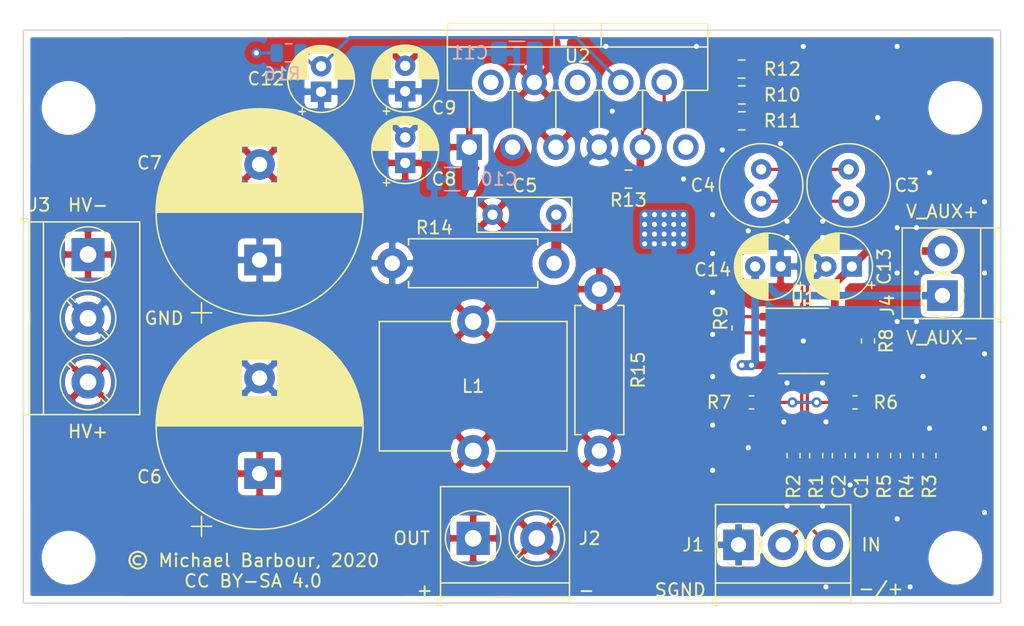
<source format=kicad_pcb>
(kicad_pcb (version 20171130) (host pcbnew 5.1.9)
  (layers (0 F.Cu signal) (31 B.Cu signal) (34 B.Paste user) (35 F.Paste user) (36 B.SilkS user) (37 F.SilkS user) (38 B.Mask user) (39 F.Mask user) (44 Edge.Cuts user))
  (net 0 "")
  (net 1 GND)
  (net 2 "Net-(C1-Pad1)")
  (net 3 "Net-(C2-Pad2)")
  (net 4 "Net-(C3-Pad2)")
  (net 5 "Net-(C3-Pad1)")
  (net 6 "Net-(C5-Pad2)")
  (net 7 "Net-(C5-Pad1)")
  (net 8 V+1)
  (net 9 V-1)
  (net 10 Mute)
  (net 11 "Net-(J1-Pad2)")
  (net 12 "Net-(J2-Pad2)")
  (net 13 "Net-(J2-Pad1)")
  (net 14 "Net-(R6-Pad2)")
  (net 15 "Net-(R6-Pad1)")
  (net 16 "Net-(R10-Pad1)")
  (net 17 "Net-(U2-Pad2)")
  (net 18 "Net-(U2-Pad6)")
  (net 19 "Net-(U2-Pad11)")
  (net 20 "Net-(R3-Pad1)")
  (net 21 "Net-(C4-Pad1)")
  (net 22 "Net-(C4-Pad2)")
  (net 23 "Net-(C13-Pad1)")
  (net 24 "Net-(C14-Pad2)")
  (net 25 "Net-(J1-Pad3)")
  (net 26 "Net-(R7-Pad2)")
  (net 27 "Net-(R11-Pad1)")
  (module local_parts:lm3886_output_inductor_1µH (layer F.Cu) (at 139.954 88.646 270)
    (fp_text reference L1 (at 0 0 180) (layer F.SilkS))
    (fp_text value 1µ)
    (pad 2 thru_hole circle (at 5.08 0 270) (size 2.5 2.5) (drill 1.3) (layers *.Cu *.Mask) (net 13 "Net-(J2-Pad1)"))
    (pad 1 thru_hole circle (at -5.08 0 270) (size 2.5 2.5) (drill 1.3) (layers *.Cu *.Mask) (net 7 "Net-(C5-Pad1)"))
  )
  (module Resistor_SMD:R_0603_1608Metric (layer F.Cu) (at 160.782 84.074 270)
    (fp_text reference R9 (at -0.762 1.397 90) (layer F.SilkS))
    (fp_text value 1k)
    (pad 2 smd roundrect (at 0.7875 0 270) (size 0.875 0.95) (layers F.Cu F.Paste F.Mask) (net 26 "Net-(R7-Pad2)"))
    (pad 1 smd roundrect (at -0.7875 0 270) (size 0.875 0.95) (layers F.Cu F.Paste F.Mask) (net 22 "Net-(C4-Pad2)"))
  )
  (module Resistor_SMD:R_0603_1608Metric (layer F.Cu) (at 170.942 85.09 270)
    (fp_text reference R8 (at 0 -1.43 90) (layer F.SilkS))
    (fp_text value 1k)
    (pad 2 smd roundrect (at 0.7875 0 270) (size 0.875 0.95) (layers F.Cu F.Paste F.Mask) (net 15 "Net-(R6-Pad1)"))
    (pad 1 smd roundrect (at -0.7875 0 270) (size 0.875 0.95) (layers F.Cu F.Paste F.Mask) (net 4 "Net-(C3-Pad2)"))
  )
  (module Resistor_SMD:R_0603_1608Metric (layer F.Cu) (at 161.807 89.916 180)
    (fp_text reference R7 (at 2.549 0) (layer F.SilkS))
    (fp_text value 1k)
    (pad 1 smd roundrect (at -0.7875 0 180) (size 0.875 0.95) (layers F.Cu F.Paste F.Mask) (net 14 "Net-(R6-Pad2)"))
    (pad 2 smd roundrect (at 0.7875 0 180) (size 0.875 0.95) (layers F.Cu F.Paste F.Mask) (net 26 "Net-(R7-Pad2)"))
  )
  (module Resistor_SMD:R_0603_1608Metric (layer F.Cu) (at 169.926 89.916 180)
    (fp_text reference R6 (at -2.413 0) (layer F.SilkS))
    (fp_text value 1k)
    (pad 2 smd roundrect (at 0.7875 0 180) (size 0.875 0.95) (layers F.Cu F.Paste F.Mask) (net 14 "Net-(R6-Pad2)"))
    (pad 1 smd roundrect (at -0.7875 0 180) (size 0.875 0.95) (layers F.Cu F.Paste F.Mask) (net 15 "Net-(R6-Pad1)"))
  )
  (module Resistor_SMD:R_0805_2012Metric (layer B.Cu) (at 125.476 62.484)
    (fp_text reference R16 (at -0.508 1.65) (layer B.SilkS) (effects (justify mirror)))
    (fp_text value 27k)
    (pad 2 smd roundrect (at 0.9375 0) (size 0.975 1.4) (layers B.Cu B.Paste B.Mask) (net 10 Mute))
    (pad 1 smd roundrect (at -0.9375 0) (size 0.975 1.4) (layers B.Cu B.Paste B.Mask) (net 9 V-1))
  )
  (module Resistor_SMD:R_0805_2012Metric (layer F.Cu) (at 152.137 72.39)
    (fp_text reference R13 (at 0 1.651) (layer F.SilkS))
    (fp_text value "10k 0.1%")
    (pad 2 smd roundrect (at 0.9375 0) (size 0.975 1.4) (layers F.Cu F.Paste F.Mask) (net 27 "Net-(R11-Pad1)"))
    (pad 1 smd roundrect (at -0.9375 0) (size 0.975 1.4) (layers F.Cu F.Paste F.Mask) (net 7 "Net-(C5-Pad1)"))
  )
  (module Resistor_SMD:R_0805_2012Metric (layer F.Cu) (at 161.027 63.754 180)
    (fp_text reference R12 (at -3.184 0) (layer F.SilkS))
    (fp_text value "10k 0.1%")
    (pad 2 smd roundrect (at 0.9375 0 180) (size 0.975 1.4) (layers F.Cu F.Paste F.Mask) (net 16 "Net-(R10-Pad1)"))
    (pad 1 smd roundrect (at -0.9375 0 180) (size 0.975 1.4) (layers F.Cu F.Paste F.Mask) (net 12 "Net-(J2-Pad2)"))
  )
  (module Resistor_SMD:R_0805_2012Metric (layer F.Cu) (at 161.045 67.818)
    (fp_text reference R11 (at 3.166 0) (layer F.SilkS))
    (fp_text value "1k 0.1%")
    (pad 2 smd roundrect (at 0.9375 0) (size 0.975 1.4) (layers F.Cu F.Paste F.Mask) (net 21 "Net-(C4-Pad1)"))
    (pad 1 smd roundrect (at -0.9375 0) (size 0.975 1.4) (layers F.Cu F.Paste F.Mask) (net 27 "Net-(R11-Pad1)"))
  )
  (module Resistor_SMD:R_0805_2012Metric (layer F.Cu) (at 161.045 65.786)
    (fp_text reference R10 (at 3.166 0) (layer F.SilkS))
    (fp_text value "1k 0.1%")
    (pad 2 smd roundrect (at 0.9375 0) (size 0.975 1.4) (layers F.Cu F.Paste F.Mask) (net 5 "Net-(C3-Pad1)"))
    (pad 1 smd roundrect (at -0.9375 0) (size 0.975 1.4) (layers F.Cu F.Paste F.Mask) (net 16 "Net-(R10-Pad1)"))
  )
  (module Resistor_SMD:R_0603_1608Metric (layer F.Cu) (at 172.212 94.093 90)
    (fp_text reference R5 (at -2.427 0 90) (layer F.SilkS))
    (fp_text value 20k)
    (pad 2 smd roundrect (at 0.7875 0 90) (size 0.875 0.95) (layers F.Cu F.Paste F.Mask) (net 3 "Net-(C2-Pad2)"))
    (pad 1 smd roundrect (at -0.7875 0 90) (size 0.875 0.95) (layers F.Cu F.Paste F.Mask) (net 20 "Net-(R3-Pad1)"))
  )
  (module Resistor_SMD:R_0603_1608Metric (layer F.Cu) (at 173.99 94.093 270)
    (fp_text reference R4 (at 2.427 0 90) (layer F.SilkS))
    (fp_text value 20k)
    (pad 2 smd roundrect (at 0.7875 0 270) (size 0.875 0.95) (layers F.Cu F.Paste F.Mask) (net 20 "Net-(R3-Pad1)"))
    (pad 1 smd roundrect (at -0.7875 0 270) (size 0.875 0.95) (layers F.Cu F.Paste F.Mask) (net 2 "Net-(C1-Pad1)"))
  )
  (module Resistor_SMD:R_0603_1608Metric (layer F.Cu) (at 175.768 94.093 90)
    (fp_text reference R3 (at -2.427 0 90) (layer F.SilkS))
    (fp_text value 2.2M)
    (pad 2 smd roundrect (at 0.7875 0 90) (size 0.875 0.95) (layers F.Cu F.Paste F.Mask) (net 1 GND))
    (pad 1 smd roundrect (at -0.7875 0 90) (size 0.875 0.95) (layers F.Cu F.Paste F.Mask) (net 20 "Net-(R3-Pad1)"))
  )
  (module Resistor_SMD:R_0603_1608Metric (layer F.Cu) (at 165.1 94.093 270)
    (fp_text reference R2 (at 2.427 0 90) (layer F.SilkS))
    (fp_text value 100R)
    (pad 2 smd roundrect (at 0.7875 0 270) (size 0.875 0.95) (layers F.Cu F.Paste F.Mask) (net 11 "Net-(J1-Pad2)"))
    (pad 1 smd roundrect (at -0.7875 0 270) (size 0.875 0.95) (layers F.Cu F.Paste F.Mask) (net 3 "Net-(C2-Pad2)"))
  )
  (module Resistor_SMD:R_0603_1608Metric (layer F.Cu) (at 166.878 94.093 270)
    (fp_text reference R1 (at 2.427 0 90) (layer F.SilkS))
    (fp_text value 100R)
    (pad 2 smd roundrect (at 0.7875 0 270) (size 0.875 0.95) (layers F.Cu F.Paste F.Mask) (net 25 "Net-(J1-Pad3)"))
    (pad 1 smd roundrect (at -0.7875 0 270) (size 0.875 0.95) (layers F.Cu F.Paste F.Mask) (net 2 "Net-(C1-Pad1)"))
  )
  (module Capacitor_SMD:C_1206_3216Metric (layer B.Cu) (at 143.383 62.484)
    (fp_text reference C11 (at -3.683 0) (layer B.SilkS) (effects (justify mirror)))
    (fp_text value 1µ)
    (pad 2 smd roundrect (at 1.4 0) (size 1.25 1.75) (layers B.Cu B.Paste B.Mask) (roundrect_rratio 0.2) (net 9 V-1))
    (pad 1 smd roundrect (at -1.4 0) (size 1.25 1.75) (layers B.Cu B.Paste B.Mask) (roundrect_rratio 0.2) (net 1 GND))
  )
  (module Capacitor_SMD:C_1206_3216Metric (layer B.Cu) (at 138.303 72.39 180)
    (fp_text reference C10 (at -3.683 0) (layer B.SilkS) (effects (justify mirror)))
    (fp_text value 1µ)
    (pad 2 smd roundrect (at 1.4 0 180) (size 1.25 1.75) (layers B.Cu B.Paste B.Mask) (roundrect_rratio 0.2) (net 1 GND))
    (pad 1 smd roundrect (at -1.4 0 180) (size 1.25 1.75) (layers B.Cu B.Paste B.Mask) (roundrect_rratio 0.2) (net 8 V+1))
  )
  (module Capacitor_SMD:C_0603_1608Metric (layer F.Cu) (at 168.656 94.093 90)
    (fp_text reference C2 (at -2.427 0 90) (layer F.SilkS))
    (fp_text value 100p)
    (pad 2 smd roundrect (at 0.7875 0 90) (size 0.875 0.95) (layers F.Cu F.Paste F.Mask) (net 3 "Net-(C2-Pad2)"))
    (pad 1 smd roundrect (at -0.7875 0 90) (size 0.875 0.95) (layers F.Cu F.Paste F.Mask) (net 1 GND))
  )
  (module Capacitor_SMD:C_0603_1608Metric (layer F.Cu) (at 170.434 94.093 270)
    (fp_text reference C1 (at 2.427 0 90) (layer F.SilkS))
    (fp_text value 100p)
    (pad 2 smd roundrect (at 0.7875 0 270) (size 0.875 0.95) (layers F.Cu F.Paste F.Mask) (net 1 GND))
    (pad 1 smd roundrect (at -0.7875 0 270) (size 0.875 0.95) (layers F.Cu F.Paste F.Mask) (net 2 "Net-(C1-Pad1)"))
  )
  (module MountingHole:MountingHole_3.2mm_M3 (layer F.Cu) (at 108.204 66.802)
    (fp_text reference REF** hide)
    (fp_text value MountingHole_3.2mm_M3 hide)
    (pad 1 np_thru_hole circle (at 0 0) (size 3.2 3.2) (drill 3.2) (layers *.Cu *.Mask))
  )
  (module MountingHole:MountingHole_3.2mm_M3 (layer F.Cu) (at 108.204 102.108)
    (fp_text reference REF** hide)
    (fp_text value MountingHole_3.2mm_M3 hide)
    (pad 1 np_thru_hole circle (at 0 0) (size 3.2 3.2) (drill 3.2) (layers *.Cu *.Mask))
  )
  (module MountingHole:MountingHole_3.2mm_M3 (layer F.Cu) (at 177.8 102.108)
    (fp_text reference REF** hide)
    (fp_text value MountingHole_3.2mm_M3 hide)
    (pad 1 np_thru_hole circle (at 0 0) (size 3.2 3.2) (drill 3.2) (layers *.Cu *.Mask))
  )
  (module MountingHole:MountingHole_3.2mm_M3 (layer F.Cu) (at 177.8 66.802)
    (fp_text reference REF** hide)
    (fp_text value MountingHole_3.2mm_M3 hide)
    (pad 1 np_thru_hole circle (at 0 0) (size 3.2 3.2) (drill 3.2) (layers *.Cu *.Mask))
  )
  (module TerminalBlock_Phoenix:TerminalBlock_Phoenix_PT-1,5-2-3.5-H_1x02_P3.50mm_Horizontal (layer F.Cu) (at 176.784 81.534 90)
    (fp_text reference J4 (at -0.762 -4.318 270) (layer F.SilkS))
    (fp_text value ±15V)
    (pad 2 thru_hole circle (at 3.5 0 90) (size 2.4 2.4) (drill 1.2) (layers *.Cu *.Mask) (net 23 "Net-(C13-Pad1)"))
    (pad 1 thru_hole rect (at 0 0 90) (size 2.4 2.4) (drill 1.2) (layers *.Cu *.Mask) (net 24 "Net-(C14-Pad2)"))
  )
  (module TerminalBlock_Phoenix:TerminalBlock_Phoenix_PT-1,5-3-5.0-H_1x03_P5.00mm_Horizontal (layer F.Cu) (at 109.728 78.312 270)
    (fp_text reference J3 (at -3.89 3.81 180) (layer F.SilkS))
    (fp_text value ±35V)
    (pad 3 thru_hole circle (at 10 0 270) (size 2.6 2.6) (drill 1.3) (layers *.Cu *.Mask) (net 8 V+1))
    (pad 2 thru_hole circle (at 5 0 270) (size 2.6 2.6) (drill 1.3) (layers *.Cu *.Mask) (net 1 GND))
    (pad 1 thru_hole rect (at 0 0 270) (size 2.6 2.6) (drill 1.3) (layers *.Cu *.Mask) (net 9 V-1))
  )
  (module TerminalBlock_Phoenix:TerminalBlock_Phoenix_PT-1,5-2-5.0-H_1x02_P5.00mm_Horizontal (layer F.Cu) (at 139.954 100.584)
    (fp_text reference J2 (at 9.144 0) (layer F.SilkS))
    (fp_text value Output)
    (pad 2 thru_hole circle (at 5 0) (size 2.6 2.6) (drill 1.3) (layers *.Cu *.Mask) (net 12 "Net-(J2-Pad2)"))
    (pad 1 thru_hole rect (at 0 0) (size 2.6 2.6) (drill 1.3) (layers *.Cu *.Mask) (net 13 "Net-(J2-Pad1)"))
  )
  (module TerminalBlock_Phoenix:TerminalBlock_Phoenix_PT-1,5-3-3.5-H_1x03_P3.50mm_Horizontal (layer F.Cu) (at 160.782 101.092)
    (fp_text reference J1 (at -3.556 0) (layer F.SilkS))
    (fp_text value Input)
    (pad 3 thru_hole circle (at 7 0) (size 2.4 2.4) (drill 1.2) (layers *.Cu *.Mask) (net 25 "Net-(J1-Pad3)"))
    (pad 2 thru_hole circle (at 3.5 0) (size 2.4 2.4) (drill 1.2) (layers *.Cu *.Mask) (net 11 "Net-(J1-Pad2)"))
    (pad 1 thru_hole rect (at 0 0) (size 2.4 2.4) (drill 1.2) (layers *.Cu *.Mask) (net 1 GND))
  )
  (module Resistor_THT:R_Axial_DIN0411_L9.9mm_D3.6mm_P12.70mm_Horizontal (layer F.Cu) (at 146.304 78.994 180)
    (fp_text reference R14 (at 9.398 2.794) (layer F.SilkS))
    (fp_text value 2.7R)
    (pad 2 thru_hole oval (at 12.7 0 180) (size 2.4 2.4) (drill 1.2) (layers *.Cu *.Mask) (net 1 GND))
    (pad 1 thru_hole circle (at 0 0 180) (size 2.4 2.4) (drill 1.2) (layers *.Cu *.Mask) (net 6 "Net-(C5-Pad2)"))
  )
  (module Resistor_THT:R_Axial_DIN0411_L9.9mm_D3.6mm_P12.70mm_Horizontal (layer F.Cu) (at 149.86 93.726 90)
    (fp_text reference R15 (at 6.35 3.048 90) (layer F.SilkS))
    (fp_text value 10R)
    (pad 1 thru_hole circle (at 0 0 90) (size 2.4 2.4) (drill 1.2) (layers *.Cu *.Mask) (net 13 "Net-(J2-Pad1)"))
    (pad 2 thru_hole oval (at 12.7 0 90) (size 2.4 2.4) (drill 1.2) (layers *.Cu *.Mask) (net 7 "Net-(C5-Pad1)"))
  )
  (module Package_SO:SOIC-8_3.9x4.9mm_P1.27mm (layer F.Cu) (at 165.862 85.09)
    (fp_text reference U1 (at 0 -3.4) (layer F.SilkS))
    (fp_text value NE5532)
    (pad 8 smd roundrect (at 2.475 -1.905) (size 1.95 0.6) (layers F.Cu F.Paste F.Mask) (net 23 "Net-(C13-Pad1)"))
    (pad 7 smd roundrect (at 2.475 -0.635) (size 1.95 0.6) (layers F.Cu F.Paste F.Mask) (net 4 "Net-(C3-Pad2)"))
    (pad 6 smd roundrect (at 2.475 0.635) (size 1.95 0.6) (layers F.Cu F.Paste F.Mask) (net 15 "Net-(R6-Pad1)"))
    (pad 5 smd roundrect (at 2.475 1.905) (size 1.95 0.6) (layers F.Cu F.Paste F.Mask) (net 2 "Net-(C1-Pad1)"))
    (pad 4 smd roundrect (at -2.475 1.905) (size 1.95 0.6) (layers F.Cu F.Paste F.Mask) (net 24 "Net-(C14-Pad2)"))
    (pad 3 smd roundrect (at -2.475 0.635) (size 1.95 0.6) (layers F.Cu F.Paste F.Mask) (net 3 "Net-(C2-Pad2)"))
    (pad 2 smd roundrect (at -2.475 -0.635) (size 1.95 0.6) (layers F.Cu F.Paste F.Mask) (net 26 "Net-(R7-Pad2)"))
    (pad 1 smd roundrect (at -2.475 -1.905) (size 1.95 0.6) (layers F.Cu F.Paste F.Mask) (net 22 "Net-(C4-Pad2)"))
  )
  (module Capacitor_THT:C_Radial_D6.3mm_H11.0mm_P2.50mm (layer F.Cu) (at 162.56 71.628 270)
    (fp_text reference C4 (at 1.25 4.572 180) (layer F.SilkS))
    (fp_text value 33µ)
    (pad 2 thru_hole circle (at 2.5 0 270) (size 1.6 1.6) (drill 0.8) (layers *.Cu *.Mask) (net 22 "Net-(C4-Pad2)"))
    (pad 1 thru_hole circle (at 0 0 270) (size 1.6 1.6) (drill 0.8) (layers *.Cu *.Mask) (net 21 "Net-(C4-Pad1)"))
  )
  (module Capacitor_THT:C_Radial_D6.3mm_H11.0mm_P2.50mm (layer F.Cu) (at 169.418 71.628 270)
    (fp_text reference C3 (at 1.25 -4.572 180) (layer F.SilkS))
    (fp_text value 33µ)
    (pad 2 thru_hole circle (at 2.5 0 270) (size 1.6 1.6) (drill 0.8) (layers *.Cu *.Mask) (net 4 "Net-(C3-Pad2)"))
    (pad 1 thru_hole circle (at 0 0 270) (size 1.6 1.6) (drill 0.8) (layers *.Cu *.Mask) (net 5 "Net-(C3-Pad1)"))
  )
  (module local_parts:TO-220-11_P3.4x5.08mm_StaggerOdd_Lead4.85mm_Vertical_LM3886 (layer F.Cu) (at 139.648 69.882)
    (fp_text reference U2 (at 8.5 -7.144) (layer F.SilkS))
    (fp_text value LM3886)
    (pad 1 thru_hole rect (at 0 0) (size 2 2) (drill 1.2) (layers *.Cu *.Mask) (net 8 V+1))
    (pad 2 thru_hole circle (at 1.7 -5.08) (size 2 2) (drill 1.2) (layers *.Cu *.Mask) (net 17 "Net-(U2-Pad2)"))
    (pad 3 thru_hole circle (at 3.4 0) (size 2 2) (drill 1.2) (layers *.Cu *.Mask) (net 7 "Net-(C5-Pad1)"))
    (pad 4 thru_hole circle (at 5.1 -5.08) (size 2 2) (drill 1.2) (layers *.Cu *.Mask) (net 9 V-1))
    (pad 5 thru_hole circle (at 6.8 0) (size 2 2) (drill 1.2) (layers *.Cu *.Mask) (net 8 V+1))
    (pad 6 thru_hole circle (at 8.5 -5.08) (size 2 2) (drill 1.2) (layers *.Cu *.Mask) (net 18 "Net-(U2-Pad6)"))
    (pad 7 thru_hole circle (at 10.2 0) (size 2 2) (drill 1.2) (layers *.Cu *.Mask) (net 1 GND))
    (pad 8 thru_hole circle (at 11.9 -5.08) (size 2 2) (drill 1.2) (layers *.Cu *.Mask) (net 10 Mute))
    (pad 9 thru_hole circle (at 13.6 0) (size 2 2) (drill 1.2) (layers *.Cu *.Mask) (net 27 "Net-(R11-Pad1)"))
    (pad 10 thru_hole circle (at 15.3 -5.08) (size 2 2) (drill 1.2) (layers *.Cu *.Mask) (net 16 "Net-(R10-Pad1)"))
    (pad 11 thru_hole circle (at 17 0) (size 2 2) (drill 1.2) (layers *.Cu *.Mask) (net 19 "Net-(U2-Pad11)"))
  )
  (module Capacitor_THT:CP_Radial_D5.0mm_P2.00mm (layer F.Cu) (at 128.016 65.532 90)
    (fp_text reference C12 (at 1.016 -4.318 180) (layer F.SilkS))
    (fp_text value 100µ)
    (pad 1 thru_hole rect (at 0 0 90) (size 1.6 1.6) (drill 0.8) (layers *.Cu *.Mask) (net 1 GND))
    (pad 2 thru_hole circle (at 2 0 90) (size 1.6 1.6) (drill 0.8) (layers *.Cu *.Mask) (net 10 Mute))
  )
  (module NetTie:NetTie-2_SMD_Pad2.0mm (layer B.Cu) (at 154.94 78.708 270)
    (fp_text reference NT1 hide)
    (fp_text value Net-Tie_2)
    (fp_poly (pts (xy -2 1) (xy 2 1) (xy 2 -1) (xy -2 -1)) (layer B.Cu) (width 0))
    (pad 2 smd circle (at 2 0 270) (size 2 2) (layers B.Cu) (net 1 GND))
    (pad 1 smd circle (at -2 0 270) (size 2 2) (layers B.Cu) (net 12 "Net-(J2-Pad2)"))
  )
  (module Capacitor_THT:CP_Radial_D5.0mm_P2.00mm (layer F.Cu) (at 164.084 79.248 180)
    (fp_text reference C14 (at 5.334 -0.254 180) (layer F.SilkS))
    (fp_text value 22µ)
    (pad 1 thru_hole rect (at 0 0 180) (size 1.6 1.6) (drill 0.8) (layers *.Cu *.Mask) (net 1 GND))
    (pad 2 thru_hole circle (at 2 0 180) (size 1.6 1.6) (drill 0.8) (layers *.Cu *.Mask) (net 24 "Net-(C14-Pad2)"))
  )
  (module Capacitor_THT:CP_Radial_D5.0mm_P2.00mm (layer F.Cu) (at 169.672 79.248 180)
    (fp_text reference C13 (at -2.54 0 90) (layer F.SilkS))
    (fp_text value 22µ)
    (pad 1 thru_hole rect (at 0 0 180) (size 1.6 1.6) (drill 0.8) (layers *.Cu *.Mask) (net 23 "Net-(C13-Pad1)"))
    (pad 2 thru_hole circle (at 2 0 180) (size 1.6 1.6) (drill 0.8) (layers *.Cu *.Mask) (net 1 GND))
  )
  (module Capacitor_THT:CP_Radial_D5.0mm_P2.00mm (layer F.Cu) (at 134.62 65.5 90)
    (fp_text reference C9 (at -1.302 3.048) (layer F.SilkS))
    (fp_text value 22µ)
    (pad 2 thru_hole circle (at 2 0 90) (size 1.6 1.6) (drill 0.8) (layers *.Cu *.Mask) (net 9 V-1))
    (pad 1 thru_hole rect (at 0 0 90) (size 1.6 1.6) (drill 0.8) (layers *.Cu *.Mask) (net 1 GND))
  )
  (module Capacitor_THT:CP_Radial_D5.0mm_P2.00mm (layer F.Cu) (at 134.62 71.12 90)
    (fp_text reference C8 (at -1.27 3.048 180) (layer F.SilkS))
    (fp_text value 22µ)
    (pad 2 thru_hole circle (at 2 0 90) (size 1.6 1.6) (drill 0.8) (layers *.Cu *.Mask) (net 1 GND))
    (pad 1 thru_hole rect (at 0 0 90) (size 1.6 1.6) (drill 0.8) (layers *.Cu *.Mask) (net 8 V+1))
  )
  (module Capacitor_THT:CP_Radial_D16.0mm_P7.50mm (layer F.Cu) (at 123.19 78.74 90)
    (fp_text reference C7 (at 7.62 -8.636 180) (layer F.SilkS))
    (fp_text value 1000µ)
    (pad 2 thru_hole circle (at 7.5 0 90) (size 2.4 2.4) (drill 1.2) (layers *.Cu *.Mask) (net 9 V-1))
    (pad 1 thru_hole rect (at 0 0 90) (size 2.4 2.4) (drill 1.2) (layers *.Cu *.Mask) (net 1 GND))
  )
  (module Capacitor_THT:CP_Radial_D16.0mm_P7.50mm (layer F.Cu) (at 123.19 95.504 90)
    (fp_text reference C6 (at -0.254 -8.636 180) (layer F.SilkS))
    (fp_text value 1000µ)
    (pad 2 thru_hole circle (at 7.5 0 90) (size 2.4 2.4) (drill 1.2) (layers *.Cu *.Mask) (net 1 GND))
    (pad 1 thru_hole rect (at 0 0 90) (size 2.4 2.4) (drill 1.2) (layers *.Cu *.Mask) (net 8 V+1))
  )
  (module Capacitor_THT:C_Rect_L7.2mm_W2.5mm_P5.00mm_FKS2_FKP2_MKS2_MKP2 (layer F.Cu) (at 141.478 75.184)
    (fp_text reference C5 (at 2.54 -2.286) (layer F.SilkS))
    (fp_text value 0.1µ)
    (pad 2 thru_hole circle (at 5 0) (size 1.6 1.6) (drill 0.8) (layers *.Cu *.Mask) (net 6 "Net-(C5-Pad2)"))
    (pad 1 thru_hole circle (at 0 0) (size 1.6 1.6) (drill 0.8) (layers *.Cu *.Mask) (net 7 "Net-(C5-Pad1)"))
  )
  (gr_text "© Michael Barbour, 2020\nCC BY-SA 4.0" (at 122.682 103.124) (layer F.SilkS) (effects (font (size 1 1))))
  (gr_text IN (at 171.196 101.092) (layer F.SilkS) (effects (font (size 1 1))))
  (gr_text -/+ (at 171.958 104.521) (layer F.SilkS) (effects (font (size 1 1))))
  (gr_text SGND (at 156.21 104.648) (layer F.SilkS) (effects (font (size 1 1))))
  (gr_text - (at 148.844 104.648) (layer F.SilkS) (effects (font (size 1 1))))
  (gr_text + (at 136.144 104.648) (layer F.SilkS) (effects (font (size 1 1))))
  (gr_text GND (at 115.697 83.312) (layer F.SilkS) (effects (font (size 1 1))))
  (gr_text HV- (at 109.728 74.422) (layer F.SilkS) (effects (font (size 1 1))))
  (gr_text HV+ (at 109.728 92.202) (layer F.SilkS) (effects (font (size 1 1))))
  (gr_text OUT (at 135.128 100.584) (layer F.SilkS) (effects (font (size 1 1))))
  (gr_text V_AUX- (at 176.784 84.836) (layer F.SilkS) (effects (font (size 1 1))))
  (gr_text V_AUX+ (at 176.784 74.93) (layer F.SilkS) (effects (font (size 1 1))))
  (gr_line (start 104.648 105.664) (end 104.648 60.706) (layer Edge.Cuts) (width 0.1))
  (gr_line (start 181.356 105.664) (end 104.648 105.664) (layer Edge.Cuts) (width 0.1))
  (gr_line (start 181.356 60.706) (end 181.356 105.664) (layer Edge.Cuts) (width 0.1))
  (gr_line (start 104.648 60.706) (end 181.356 60.706) (layer Edge.Cuts) (width 0.1))
  (segment (start 152.485999 79.248) (end 157.648001 79.248) (width 2) (layer B.Cu) (net 1))
  (segment (start 154.94 80.708) (end 153.226 80.708) (width 2) (layer B.Cu) (net 1))
  (segment (start 154.94 80.708) (end 156.908 80.708) (width 2) (layer B.Cu) (net 1))
  (segment (start 154.94 80.708) (end 154.94 82.55) (width 2) (layer B.Cu) (net 1))
  (via (at 169.545 96.393) (size 0.8) (drill 0.4) (layers F.Cu B.Cu) (net 1))
  (segment (start 168.656 95.504) (end 169.545 96.393) (width 0.25) (layer F.Cu) (net 1))
  (segment (start 168.656 94.8805) (end 168.656 95.504) (width 0.25) (layer F.Cu) (net 1))
  (segment (start 170.434 95.504) (end 169.545 96.393) (width 0.25) (layer F.Cu) (net 1))
  (segment (start 170.434 94.8805) (end 170.434 95.504) (width 0.25) (layer F.Cu) (net 1))
  (via (at 175.768 91.948) (size 0.8) (drill 0.4) (layers F.Cu B.Cu) (net 1))
  (segment (start 175.768 93.3055) (end 175.768 91.948) (width 0.25) (layer F.Cu) (net 1))
  (via (at 164.592 98.044) (size 0.8) (drill 0.4) (layers F.Cu B.Cu) (net 1))
  (via (at 167.386 98.044) (size 0.8) (drill 0.4) (layers F.Cu B.Cu) (net 1))
  (via (at 167.386 88.392) (size 0.8) (drill 0.4) (layers F.Cu B.Cu) (net 1))
  (via (at 164.592 88.392) (size 0.8) (drill 0.4) (layers F.Cu B.Cu) (net 1))
  (via (at 167.64 91.44) (size 0.8) (drill 0.4) (layers F.Cu B.Cu) (net 1))
  (via (at 164.338 91.44) (size 0.8) (drill 0.4) (layers F.Cu B.Cu) (net 1))
  (via (at 164.592 75.692) (size 0.8) (drill 0.4) (layers F.Cu B.Cu) (net 1))
  (via (at 164.592 76.962) (size 0.8) (drill 0.4) (layers F.Cu B.Cu) (net 1))
  (via (at 167.386 75.692) (size 0.8) (drill 0.4) (layers F.Cu B.Cu) (net 1))
  (via (at 167.386 76.962) (size 0.8) (drill 0.4) (layers F.Cu B.Cu) (net 1))
  (via (at 156.464 72.39) (size 0.8) (drill 0.4) (layers F.Cu B.Cu) (net 1))
  (via (at 159.512 70.104) (size 0.8) (drill 0.4) (layers F.Cu B.Cu) (net 1))
  (via (at 164.084 69.596) (size 0.8) (drill 0.4) (layers F.Cu B.Cu) (net 1))
  (via (at 158.75 75.184) (size 0.8) (drill 0.4) (layers F.Cu B.Cu) (net 1))
  (via (at 158.75 78.232) (size 0.8) (drill 0.4) (layers F.Cu B.Cu) (net 1))
  (via (at 158.75 81.28) (size 0.8) (drill 0.4) (layers F.Cu B.Cu) (net 1))
  (via (at 158.75 84.582) (size 0.8) (drill 0.4) (layers F.Cu B.Cu) (net 1))
  (via (at 158.75 87.884) (size 0.8) (drill 0.4) (layers F.Cu B.Cu) (net 1))
  (via (at 158.75 91.694) (size 0.8) (drill 0.4) (layers F.Cu B.Cu) (net 1))
  (via (at 158.75 95.25) (size 0.8) (drill 0.4) (layers F.Cu B.Cu) (net 1))
  (via (at 161.544 93.472) (size 0.8) (drill 0.4) (layers F.Cu B.Cu) (net 1))
  (via (at 161.544 76.454) (size 0.8) (drill 0.4) (layers F.Cu B.Cu) (net 1))
  (via (at 165.862 85.09) (size 0.8) (drill 0.4) (layers F.Cu B.Cu) (net 1))
  (via (at 150.368 61.976) (size 0.8) (drill 0.4) (layers F.Cu B.Cu) (net 1))
  (via (at 157.48 61.976) (size 0.8) (drill 0.4) (layers F.Cu B.Cu) (net 1))
  (via (at 165.862 61.976) (size 0.8) (drill 0.4) (layers F.Cu B.Cu) (net 1))
  (via (at 173.228 61.976) (size 0.8) (drill 0.4) (layers F.Cu B.Cu) (net 1))
  (via (at 180.086 74.168) (size 0.8) (drill 0.4) (layers F.Cu B.Cu) (net 1))
  (via (at 180.086 79.756) (size 0.8) (drill 0.4) (layers F.Cu B.Cu) (net 1))
  (via (at 180.086 86.106) (size 0.8) (drill 0.4) (layers F.Cu B.Cu) (net 1))
  (via (at 180.086 91.948) (size 0.8) (drill 0.4) (layers F.Cu B.Cu) (net 1))
  (via (at 180.086 98.552) (size 0.8) (drill 0.4) (layers F.Cu B.Cu) (net 1))
  (via (at 174.244 104.394) (size 0.8) (drill 0.4) (layers F.Cu B.Cu) (net 1))
  (via (at 167.64 104.394) (size 0.8) (drill 0.4) (layers F.Cu B.Cu) (net 1))
  (via (at 173.228 99.06) (size 0.8) (drill 0.4) (layers F.Cu B.Cu) (net 1))
  (via (at 175.26 87.884) (size 0.8) (drill 0.4) (layers F.Cu B.Cu) (net 1))
  (via (at 173.228 79.756) (size 0.8) (drill 0.4) (layers F.Cu B.Cu) (net 1))
  (via (at 174.752 79.756) (size 0.8) (drill 0.4) (layers F.Cu B.Cu) (net 1))
  (via (at 173.228 76.2) (size 0.8) (drill 0.4) (layers F.Cu B.Cu) (net 1))
  (via (at 174.752 76.2) (size 0.8) (drill 0.4) (layers F.Cu B.Cu) (net 1))
  (via (at 173.228 83.566) (size 0.8) (drill 0.4) (layers F.Cu B.Cu) (net 1))
  (via (at 174.752 83.566) (size 0.8) (drill 0.4) (layers F.Cu B.Cu) (net 1))
  (via (at 175.768 71.882) (size 0.8) (drill 0.4) (layers F.Cu B.Cu) (net 1))
  (via (at 171.704 67.564) (size 0.8) (drill 0.4) (layers F.Cu B.Cu) (net 1))
  (via (at 150.876 67.056) (size 0.8) (drill 0.4) (layers F.Cu B.Cu) (net 1))
  (segment (start 169.67149 92.54299) (end 170.434 93.3055) (width 0.25) (layer F.Cu) (net 2))
  (segment (start 167.64051 92.54299) (end 169.67149 92.54299) (width 0.25) (layer F.Cu) (net 2))
  (segment (start 166.878 93.3055) (end 167.64051 92.54299) (width 0.25) (layer F.Cu) (net 2))
  (segment (start 171.19651 92.54299) (end 173.22749 92.54299) (width 0.25) (layer F.Cu) (net 2))
  (segment (start 173.22749 92.54299) (end 173.99 93.3055) (width 0.25) (layer F.Cu) (net 2))
  (segment (start 170.434 93.3055) (end 171.19651 92.54299) (width 0.25) (layer F.Cu) (net 2))
  (segment (start 166.878 93.3055) (end 166.8385 93.3055) (width 0.25) (layer F.Cu) (net 2))
  (segment (start 166.8385 93.3055) (end 166.185011 92.652011) (width 0.25) (layer F.Cu) (net 2))
  (segment (start 166.185011 92.652011) (end 166.185011 87.306989) (width 0.25) (layer F.Cu) (net 2))
  (segment (start 166.497 86.995) (end 168.337 86.995) (width 0.25) (layer F.Cu) (net 2))
  (segment (start 166.185011 87.306989) (end 166.497 86.995) (width 0.25) (layer F.Cu) (net 2))
  (segment (start 167.89349 94.06801) (end 168.656 93.3055) (width 0.25) (layer F.Cu) (net 3))
  (segment (start 165.86251 94.06801) (end 167.89349 94.06801) (width 0.25) (layer F.Cu) (net 3))
  (segment (start 165.1 93.3055) (end 165.86251 94.06801) (width 0.25) (layer F.Cu) (net 3))
  (segment (start 171.44949 94.06801) (end 172.212 93.3055) (width 0.25) (layer F.Cu) (net 3))
  (segment (start 169.41851 94.06801) (end 171.44949 94.06801) (width 0.25) (layer F.Cu) (net 3))
  (segment (start 168.656 93.3055) (end 169.41851 94.06801) (width 0.25) (layer F.Cu) (net 3))
  (segment (start 165.1 93.3055) (end 165.1395 93.3055) (width 0.25) (layer F.Cu) (net 3))
  (segment (start 165.735001 92.709999) (end 165.735001 86.741001) (width 0.25) (layer F.Cu) (net 3))
  (segment (start 165.1395 93.3055) (end 165.735001 92.709999) (width 0.25) (layer F.Cu) (net 3))
  (segment (start 164.719 85.725) (end 163.387 85.725) (width 0.25) (layer F.Cu) (net 3))
  (segment (start 165.735001 86.741001) (end 164.719 85.725) (width 0.25) (layer F.Cu) (net 3))
  (segment (start 168.337 84.455) (end 167.132 84.455) (width 0.25) (layer F.Cu) (net 4))
  (segment (start 167.132 84.455) (end 166.18501 83.50801) (width 0.25) (layer F.Cu) (net 4))
  (segment (start 166.18501 83.50801) (end 166.18501 74.47999) (width 0.25) (layer F.Cu) (net 4))
  (segment (start 166.537 74.128) (end 169.418 74.128) (width 0.25) (layer F.Cu) (net 4))
  (segment (start 166.18501 74.47999) (end 166.537 74.128) (width 0.25) (layer F.Cu) (net 4))
  (segment (start 170.7895 84.455) (end 170.942 84.3025) (width 0.25) (layer F.Cu) (net 4))
  (segment (start 168.337 84.455) (end 170.7895 84.455) (width 0.25) (layer F.Cu) (net 4))
  (segment (start 169.418 71.628) (end 166.439009 71.628) (width 0.25) (layer F.Cu) (net 5))
  (segment (start 166.185009 67.123599) (end 165.6674 66.60599) (width 0.25) (layer F.Cu) (net 5))
  (segment (start 166.18501 71.374001) (end 166.185009 67.123599) (width 0.25) (layer F.Cu) (net 5))
  (segment (start 166.439009 71.628) (end 166.18501 71.374001) (width 0.25) (layer F.Cu) (net 5))
  (segment (start 162.80249 66.60599) (end 161.9825 65.786) (width 0.25) (layer F.Cu) (net 5))
  (segment (start 165.6674 66.60599) (end 162.80249 66.60599) (width 0.25) (layer F.Cu) (net 5))
  (segment (start 146.478 78.82) (end 146.304 78.994) (width 0.8) (layer F.Cu) (net 6))
  (segment (start 146.478 75.184) (end 146.478 78.82) (width 0.8) (layer F.Cu) (net 6))
  (segment (start 139.703 69.937) (end 139.648 69.882) (width 1.25) (layer B.Cu) (net 8))
  (segment (start 139.703 72.39) (end 139.703 69.937) (width 1.25) (layer B.Cu) (net 8))
  (segment (start 144.783 64.767) (end 144.748 64.802) (width 1.25) (layer B.Cu) (net 9))
  (segment (start 144.783 62.484) (end 144.783 64.767) (width 1.25) (layer B.Cu) (net 9))
  (via (at 122.936 62.484) (size 0.8) (drill 0.4) (layers F.Cu B.Cu) (net 9))
  (segment (start 124.5385 62.484) (end 122.936 62.484) (width 0.25) (layer B.Cu) (net 9))
  (segment (start 127.4615 63.532) (end 126.4135 62.484) (width 0.25) (layer B.Cu) (net 10))
  (segment (start 128.016 63.532) (end 127.4615 63.532) (width 0.25) (layer B.Cu) (net 10))
  (segment (start 130.26401 61.28399) (end 148.02999 61.28399) (width 0.25) (layer B.Cu) (net 10))
  (segment (start 148.02999 61.28399) (end 151.548 64.802) (width 0.25) (layer B.Cu) (net 10))
  (segment (start 128.016 63.532) (end 130.26401 61.28399) (width 0.25) (layer B.Cu) (net 10))
  (segment (start 164.282 101.092) (end 165.735 99.639) (width 0.25) (layer F.Cu) (net 11))
  (segment (start 165.735 95.5155) (end 165.1 94.8805) (width 0.25) (layer F.Cu) (net 11))
  (segment (start 165.735 99.639) (end 165.735 95.5155) (width 0.25) (layer F.Cu) (net 11))
  (via (at 154.178 75.946) (size 0.8) (drill 0.4) (layers F.Cu B.Cu) (net 12))
  (via (at 155.702 77.47) (size 0.8) (drill 0.4) (layers F.Cu B.Cu) (net 12))
  (via (at 154.178 77.47) (size 0.8) (drill 0.4) (layers F.Cu B.Cu) (net 12))
  (via (at 154.94 77.47) (size 0.8) (drill 0.4) (layers F.Cu B.Cu) (net 12))
  (via (at 154.94 75.946) (size 0.8) (drill 0.4) (layers F.Cu B.Cu) (net 12))
  (via (at 154.178 76.708) (size 0.8) (drill 0.4) (layers F.Cu B.Cu) (net 12))
  (via (at 155.702 76.708) (size 0.8) (drill 0.4) (layers F.Cu B.Cu) (net 12))
  (via (at 154.94 76.708) (size 0.8) (drill 0.4) (layers F.Cu B.Cu) (net 12))
  (via (at 154.178 75.184) (size 0.8) (drill 0.4) (layers F.Cu B.Cu) (net 12))
  (via (at 154.94 75.184) (size 0.8) (drill 0.4) (layers F.Cu B.Cu) (net 12))
  (via (at 155.702 75.184) (size 0.8) (drill 0.4) (layers F.Cu B.Cu) (net 12))
  (via (at 153.416 75.184) (size 0.8) (drill 0.4) (layers F.Cu B.Cu) (net 12))
  (via (at 153.416 75.946) (size 0.8) (drill 0.4) (layers F.Cu B.Cu) (net 12))
  (via (at 153.416 76.708) (size 0.8) (drill 0.4) (layers F.Cu B.Cu) (net 12))
  (via (at 153.416 77.47) (size 0.8) (drill 0.4) (layers F.Cu B.Cu) (net 12))
  (via (at 156.464 77.47) (size 0.8) (drill 0.4) (layers F.Cu B.Cu) (net 12))
  (via (at 156.464 76.708) (size 0.8) (drill 0.4) (layers F.Cu B.Cu) (net 12))
  (via (at 156.464 75.946) (size 0.8) (drill 0.4) (layers F.Cu B.Cu) (net 12))
  (via (at 156.464 75.184) (size 0.8) (drill 0.4) (layers F.Cu B.Cu) (net 12))
  (via (at 155.702 75.946) (size 0.8) (drill 0.4) (layers F.Cu B.Cu) (net 12))
  (segment (start 153.416 75.184) (end 156.464 75.184) (width 0.8) (layer B.Cu) (net 12))
  (segment (start 156.464 75.184) (end 156.464 77.47) (width 0.8) (layer B.Cu) (net 12))
  (segment (start 156.464 77.47) (end 153.416 77.47) (width 0.8) (layer B.Cu) (net 12))
  (segment (start 153.416 77.47) (end 153.416 75.184) (width 0.8) (layer B.Cu) (net 12))
  (segment (start 153.416 75.946) (end 156.464 75.946) (width 0.8) (layer B.Cu) (net 12))
  (segment (start 153.416 76.708) (end 156.464 76.708) (width 0.8) (layer B.Cu) (net 12))
  (segment (start 160.92001 70.72799) (end 156.464 75.184) (width 0.25) (layer F.Cu) (net 12))
  (segment (start 160.92001 64.79849) (end 160.92001 70.72799) (width 0.25) (layer F.Cu) (net 12))
  (segment (start 161.9645 63.754) (end 160.92001 64.79849) (width 0.25) (layer F.Cu) (net 12))
  (via (at 165.010001 89.916) (size 0.8) (drill 0.4) (layers F.Cu B.Cu) (net 14))
  (segment (start 162.5945 89.916) (end 165.010001 89.916) (width 0.25) (layer F.Cu) (net 14))
  (via (at 166.910011 89.916) (size 0.8) (drill 0.4) (layers F.Cu B.Cu) (net 14))
  (segment (start 165.010001 89.916) (end 166.910011 89.916) (width 0.25) (layer B.Cu) (net 14))
  (segment (start 166.910011 89.916) (end 169.1385 89.916) (width 0.25) (layer F.Cu) (net 14))
  (segment (start 170.942 89.907) (end 170.951 89.916) (width 0.25) (layer F.Cu) (net 15))
  (segment (start 170.7895 85.725) (end 170.942 85.8775) (width 0.25) (layer F.Cu) (net 15))
  (segment (start 168.337 85.725) (end 170.7895 85.725) (width 0.25) (layer F.Cu) (net 15))
  (segment (start 170.942 89.6875) (end 170.7135 89.916) (width 0.25) (layer F.Cu) (net 15))
  (segment (start 170.942 85.8775) (end 170.942 89.6875) (width 0.25) (layer F.Cu) (net 15))
  (segment (start 160.02 63.772) (end 160.002 63.754) (width 0.25) (layer F.Cu) (net 16))
  (segment (start 160.0895 65.768) (end 160.1075 65.786) (width 0.25) (layer F.Cu) (net 16))
  (segment (start 160.0895 63.754) (end 160.0895 65.768) (width 0.25) (layer F.Cu) (net 16))
  (segment (start 160.1075 65.786) (end 159.28751 66.60599) (width 0.25) (layer F.Cu) (net 16))
  (segment (start 159.28751 66.60599) (end 155.25199 66.60599) (width 0.25) (layer F.Cu) (net 16))
  (segment (start 154.948 66.302) (end 154.948 64.802) (width 0.25) (layer F.Cu) (net 16))
  (segment (start 155.25199 66.60599) (end 154.948 66.302) (width 0.25) (layer F.Cu) (net 16))
  (segment (start 172.212 94.8805) (end 173.99 94.8805) (width 0.25) (layer F.Cu) (net 20))
  (segment (start 173.99 94.8805) (end 175.768 94.8805) (width 0.25) (layer F.Cu) (net 20))
  (segment (start 162.56 71.628) (end 165.481 71.628) (width 0.25) (layer F.Cu) (net 21))
  (segment (start 165.481 71.628) (end 165.735 71.374) (width 0.25) (layer F.Cu) (net 21))
  (segment (start 165.735 71.374) (end 165.735 67.31) (width 0.25) (layer F.Cu) (net 21))
  (segment (start 165.735 67.31) (end 165.481 67.056) (width 0.25) (layer F.Cu) (net 21))
  (segment (start 162.7445 67.056) (end 161.9825 67.818) (width 0.25) (layer F.Cu) (net 21))
  (segment (start 165.481 67.056) (end 162.7445 67.056) (width 0.25) (layer F.Cu) (net 21))
  (segment (start 160.8305 83.185) (end 160.782 83.1365) (width 0.25) (layer F.Cu) (net 22))
  (segment (start 163.387 83.185) (end 165.481 83.185) (width 0.25) (layer F.Cu) (net 22))
  (segment (start 165.481 83.185) (end 165.735 82.931) (width 0.25) (layer F.Cu) (net 22))
  (segment (start 165.735 82.931) (end 165.735 74.422) (width 0.25) (layer F.Cu) (net 22))
  (segment (start 165.441 74.128) (end 162.56 74.128) (width 0.25) (layer F.Cu) (net 22))
  (segment (start 165.735 74.422) (end 165.441 74.128) (width 0.25) (layer F.Cu) (net 22))
  (segment (start 160.8835 83.185) (end 160.782 83.2865) (width 0.25) (layer F.Cu) (net 22))
  (segment (start 163.387 83.185) (end 160.8835 83.185) (width 0.25) (layer F.Cu) (net 22))
  (segment (start 168.337 80.583) (end 169.672 79.248) (width 0.6) (layer F.Cu) (net 23))
  (segment (start 168.337 83.185) (end 168.337 80.583) (width 0.6) (layer F.Cu) (net 23))
  (segment (start 170.886 78.034) (end 169.672 79.248) (width 0.6) (layer F.Cu) (net 23))
  (segment (start 176.784 78.034) (end 170.886 78.034) (width 0.6) (layer F.Cu) (net 23))
  (via (at 161.036 86.995) (size 0.8) (drill 0.4) (layers F.Cu B.Cu) (net 24))
  (via (at 161.798 86.995) (size 0.8) (drill 0.4) (layers F.Cu B.Cu) (net 24))
  (segment (start 162.084 86.709) (end 161.798 86.995) (width 0.6) (layer B.Cu) (net 24))
  (segment (start 161.798 86.995) (end 163.387 86.995) (width 0.6) (layer F.Cu) (net 24))
  (segment (start 162.084 80.931) (end 162.084 86.709) (width 0.6) (layer B.Cu) (net 24))
  (segment (start 162.084 79.248) (end 162.084 80.931) (width 0.6) (layer B.Cu) (net 24))
  (segment (start 176.784 81.534) (end 163.869998 81.534) (width 0.6) (layer B.Cu) (net 24))
  (segment (start 163.869998 81.534) (end 163.266998 80.931) (width 0.6) (layer B.Cu) (net 24))
  (segment (start 163.266998 80.931) (end 162.084 80.931) (width 0.6) (layer B.Cu) (net 24))
  (segment (start 167.782 101.092) (end 166.18501 99.49501) (width 0.25) (layer F.Cu) (net 25))
  (segment (start 166.18501 95.57349) (end 166.878 94.8805) (width 0.25) (layer F.Cu) (net 25))
  (segment (start 166.18501 99.49501) (end 166.18501 95.57349) (width 0.25) (layer F.Cu) (net 25))
  (segment (start 161.1885 84.455) (end 160.782 84.8615) (width 0.25) (layer F.Cu) (net 26))
  (segment (start 163.387 84.455) (end 161.1885 84.455) (width 0.25) (layer F.Cu) (net 26))
  (segment (start 160.782 84.8615) (end 160.7565 84.8615) (width 0.25) (layer F.Cu) (net 26))
  (segment (start 160.7565 84.8615) (end 160.02 85.598) (width 0.25) (layer F.Cu) (net 26))
  (segment (start 160.02 88.9165) (end 161.0195 89.916) (width 0.25) (layer F.Cu) (net 26))
  (segment (start 160.02 85.598) (end 160.02 88.9165) (width 0.25) (layer F.Cu) (net 26))
  (segment (start 153.248 68.621) (end 153.248 69.882) (width 0.25) (layer F.Cu) (net 27))
  (segment (start 154.813 67.056) (end 153.248 68.621) (width 0.25) (layer F.Cu) (net 27))
  (segment (start 159.3455 67.056) (end 154.813 67.056) (width 0.25) (layer F.Cu) (net 27))
  (segment (start 160.1075 67.818) (end 159.3455 67.056) (width 0.25) (layer F.Cu) (net 27))
  (segment (start 153.0745 70.0555) (end 153.248 69.882) (width 0.6) (layer F.Cu) (net 27))
  (segment (start 153.0745 72.39) (end 153.0745 70.0555) (width 0.6) (layer F.Cu) (net 27))
  (zone (net 1) (net_name GND) (layer B.Cu) (connect_pads (clearance 0.508)) (min_thickness 0.254) (fill yes (arc_segments 32) (thermal_gap 0.508) (thermal_bridge_width 0.508))
    (polygon (pts (xy 181.864 106.172) (xy 104.14 106.172) (xy 104.14 60.198) (xy 181.864 60.198)))
  )
  (zone (net 8) (net_name V+1) (layer F.Cu) (connect_pads (clearance 0.508)) (min_thickness 0.254) (fill yes (arc_segments 32) (thermal_gap 0.508) (thermal_bridge_width 0.508) (smoothing fillet) (radius 0.5))
    (polygon (pts (xy 148.082 71.12) (xy 140.716 71.12) (xy 134.62 83.566) (xy 134.62 105.156) (xy 112.268 105.156) (xy 112.268 98.044) (xy 105.156 98.044) (xy 105.156 83.566) (xy 123.698 83.566) (xy 133.096 67.564) (xy 148.082 67.564)))
  )
  (zone (net 13) (net_name "Net-(J2-Pad1)") (layer F.Cu) (connect_pads (clearance 0.508)) (min_thickness 0.254) (fill yes (arc_segments 32) (thermal_gap 0.508) (thermal_bridge_width 0.508) (smoothing fillet) (radius 0.5))
    (polygon (pts (xy 151.892 94.996) (xy 150.876 96.012) (xy 142.24 96.012) (xy 142.24 105.156) (xy 135.128 105.156) (xy 135.128 88.9) (xy 151.892 88.9)))
  )
  (zone (net 7) (net_name "Net-(C5-Pad1)") (layer F.Cu) (priority 1) (connect_pads (clearance 0.508)) (min_thickness 0.254) (fill yes (arc_segments 32) (thermal_gap 0.508) (thermal_bridge_width 0.508) (smoothing fillet) (radius 0.5))
    (polygon (pts (xy 145.034 71.628) (xy 151.892 71.628) (xy 151.892 88.392) (xy 135.128 88.392) (xy 135.128 83.82) (xy 141.224 71.12) (xy 142.24 69.088) (xy 143.764 69.088)))
  )
  (zone (net 12) (net_name "Net-(J2-Pad2)") (layer F.Cu) (connect_pads (clearance 0.508)) (min_thickness 0.254) (fill yes (arc_segments 32) (thermal_gap 0.508) (thermal_bridge_width 0.508) (smoothing fillet) (radius 0.5))
    (polygon (pts (xy 157.48 105.156) (xy 142.748 105.156) (xy 142.748 96.52) (xy 151.13 96.52) (xy 152.4 95.25) (xy 152.4 74.168) (xy 157.48 74.168)))
  )
  (zone (net 24) (net_name "Net-(C14-Pad2)") (layer B.Cu) (priority 1) (connect_pads (clearance 0.508)) (min_thickness 0.254) (fill yes (arc_segments 32) (thermal_gap 0.508) (thermal_bridge_width 0.508))
    (polygon (pts (xy 161.798 86.614) (xy 161.036 86.614) (xy 161.036 87.376) (xy 161.798 87.376)))
  )
  (zone (net 24) (net_name "Net-(C14-Pad2)") (layer F.Cu) (priority 1) (connect_pads (clearance 0.508)) (min_thickness 0.254) (fill yes (arc_segments 32) (thermal_gap 0.508) (thermal_bridge_width 0.508))
    (polygon (pts (xy 161.798 87.376) (xy 161.036 87.376) (xy 161.036 86.614) (xy 161.798 86.614)))
  )
  (zone (net 9) (net_name V-1) (layer F.Cu) (connect_pads (clearance 0.508)) (min_thickness 0.254) (fill yes (arc_segments 32) (thermal_gap 0.508) (thermal_bridge_width 0.508) (smoothing fillet) (radius 0.5))
    (polygon (pts (xy 146.812 67.056) (xy 132.588 67.056) (xy 123.19 83.058) (xy 105.156 83.058) (xy 105.156 70.866) (xy 112.268 70.866) (xy 112.268 61.214) (xy 146.812 61.214)))
  )
  (zone (net 1) (net_name GND) (layer F.Cu) (connect_pads (clearance 0.508)) (min_thickness 0.254) (fill yes (arc_segments 32) (thermal_gap 0.508) (thermal_bridge_width 0.508) (smoothing fillet) (radius 0.5))
    (polygon (pts (xy 180.848 105.156) (xy 157.988 105.156) (xy 157.988 73.66) (xy 152.4 73.66) (xy 152.4 71.12) (xy 148.59 71.12) (xy 148.59 67.056) (xy 147.32 67.056) (xy 147.32 61.214) (xy 180.848 61.214)))
  )
  (zone (net 0) (net_name "") (layer F.Cu) (connect_pads (clearance 0.508)) (min_thickness 0.254)
    (keepout (tracks allowed) (vias allowed) (copperpour not_allowed))
    (fill (arc_segments 32) (thermal_gap 0.508) (thermal_bridge_width 0.508))
    (polygon (pts (xy 170.434 95.504) (xy 169.672 96.012) (xy 169.418 96.012) (xy 168.656 95.504) (xy 168.656 94.488) (xy 170.434 94.488)))
  )
)
</source>
